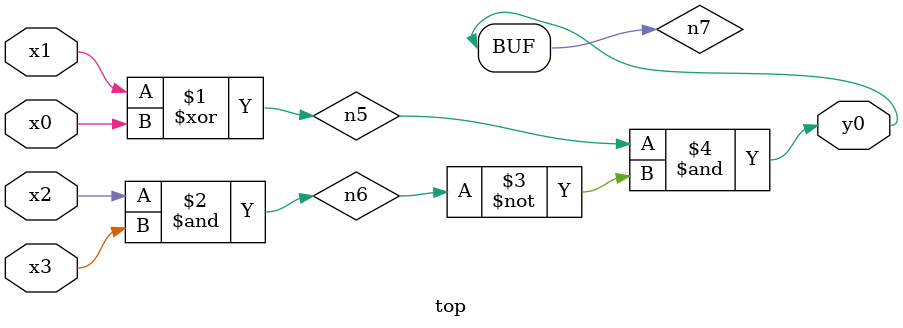
<source format=v>
module top( x0 , x1 , x2 , x3 , y0 );
  input x0 , x1 , x2 , x3 ;
  output y0 ;
  wire n5 , n6 , n7 ;
  assign n5 = x1 ^ x0 ;
  assign n6 = x2 & x3 ;
  assign n7 = n5 & ~n6 ;
  assign y0 = n7 ;
endmodule

</source>
